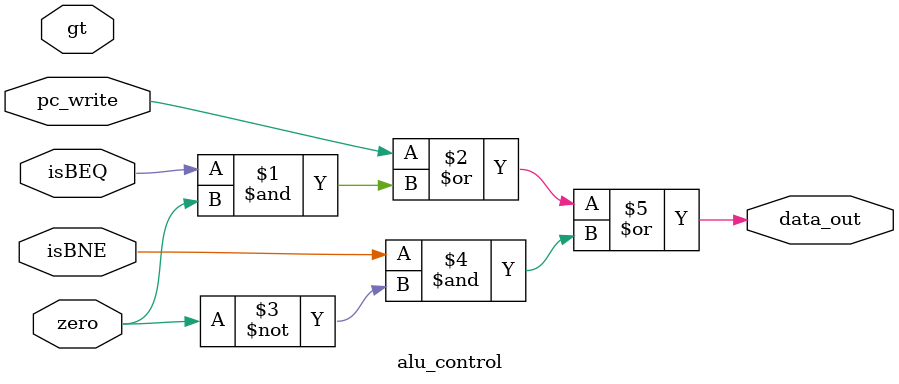
<source format=v>
module alu_control (

       input  wire gt,
       input  wire zero,
       input  wire pc_write,
       input  wire isBEQ,
       input  wire isBNE,

       output wire data_out

);
    assign data_out = (pc_write) | (isBEQ & zero) | (isBNE & ~zero);

endmodule
</source>
